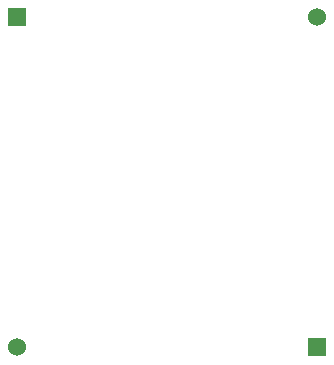
<source format=gbr>
%TF.GenerationSoftware,KiCad,Pcbnew,(6.0.2)*%
%TF.CreationDate,2022-05-23T22:39:05-07:00*%
%TF.ProjectId,Compaq_Portable_III_Battery,436f6d70-6171-45f5-906f-727461626c65,rev?*%
%TF.SameCoordinates,Original*%
%TF.FileFunction,Soldermask,Bot*%
%TF.FilePolarity,Negative*%
%FSLAX46Y46*%
G04 Gerber Fmt 4.6, Leading zero omitted, Abs format (unit mm)*
G04 Created by KiCad (PCBNEW (6.0.2)) date 2022-05-23 22:39:05*
%MOMM*%
%LPD*%
G01*
G04 APERTURE LIST*
%ADD10C,1.524000*%
%ADD11R,1.524000X1.524000*%
G04 APERTURE END LIST*
D10*
%TO.C,J2*%
X133350000Y-77470000D03*
%TD*%
D11*
%TO.C,J1*%
X107950000Y-77470000D03*
%TD*%
%TO.C,J4*%
X133350000Y-105410000D03*
%TD*%
D10*
%TO.C,J3*%
X107950000Y-105410000D03*
%TD*%
M02*

</source>
